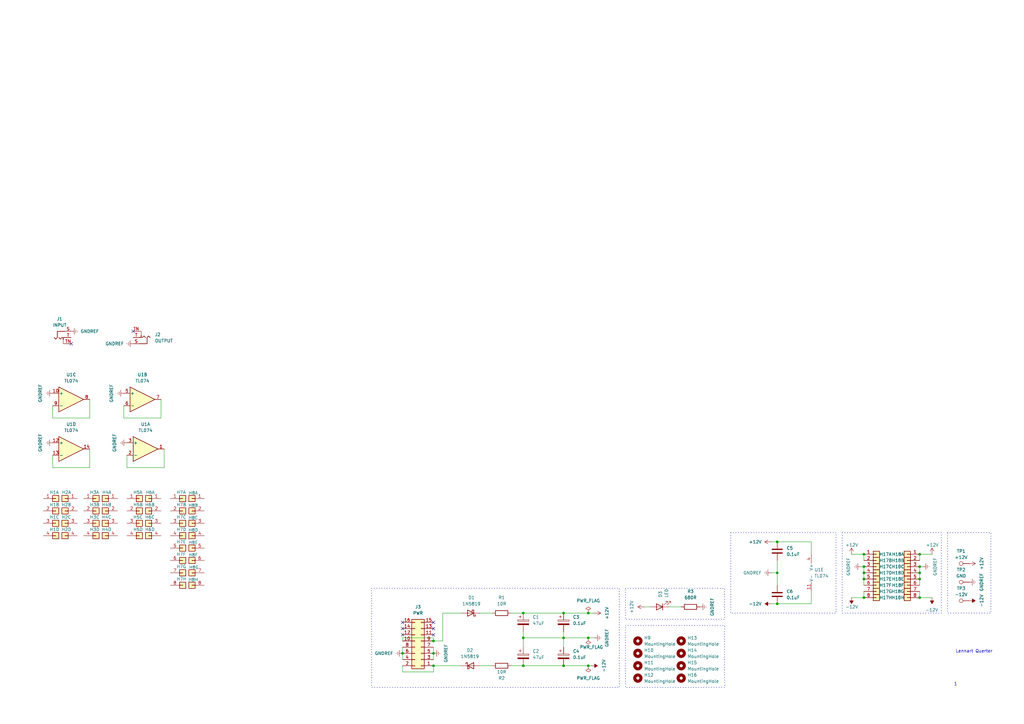
<source format=kicad_sch>
(kicad_sch (version 20231120) (generator "eeschema") (generator_version "8.0")
  (paper "A3")
  (lib_symbols
    (symbol "Amplifier_Operational:TL074" (pin_names (offset 0.127))
      (property "Reference" "U" (at 0 5.08 0))
      (property "Value" "TL074" (at 0 -5.08 0))
      (symbol "TL074_1_1"
        (pin output line (at 7.62 0 180) (length 2.54) (name "~") (number "1"))
        (pin input line (at -7.62 -2.54 0) (length 2.54) (name "-") (number "2"))
        (pin input line (at -7.62 2.54 0) (length 2.54) (name "+") (number "3"))
      )
      (symbol "TL074_2_1"
        (pin input line (at -7.62 2.54 0) (length 2.54) (name "+") (number "5"))
        (pin input line (at -7.62 -2.54 0) (length 2.54) (name "-") (number "6"))
        (pin output line (at 7.62 0 180) (length 2.54) (name "~") (number "7"))
      )
      (symbol "TL074_3_1"
        (pin input line (at -7.62 2.54 0) (length 2.54) (name "+") (number "10"))
        (pin output line (at 7.62 0 180) (length 2.54) (name "~") (number "8"))
        (pin input line (at -7.62 -2.54 0) (length 2.54) (name "-") (number "9"))
      )
      (symbol "TL074_4_1"
        (pin input line (at -7.62 2.54 0) (length 2.54) (name "+") (number "12"))
        (pin input line (at -7.62 -2.54 0) (length 2.54) (name "-") (number "13"))
        (pin output line (at 7.62 0 180) (length 2.54) (name "~") (number "14"))
      )
      (symbol "TL074_5_1"
        (pin power_in line (at -2.54 -7.62 90) (length 3.81) (name "V-") (number "11"))
        (pin power_in line (at -2.54 7.62 270) (length 3.81) (name "V+") (number "4"))
      )
    )
    (symbol "Connector:TestPoint" (pin_numbers hide) (pin_names (offset 0.762) hide)
      (property "Reference" "TP" (at 0 6.858 0))
      (property "Value" "TestPoint" (at 0 5.08 0))
      (symbol "TestPoint_1_1"
        (pin passive line (at 0 0 90) (length 2.54) (name "1") (number "1"))
      )
    )
    (symbol "Device:C" (pin_numbers hide) (pin_names (offset 0.254))
      (property "Reference" "C" (at 0.635 2.54 0))
      (property "Value" "C" (at 0.635 -2.54 0))
      (symbol "C_1_1"
        (pin passive line (at 0 3.81 270) (length 2.794) (name "~") (number "1"))
        (pin passive line (at 0 -3.81 90) (length 2.794) (name "~") (number "2"))
      )
    )
    (symbol "Device:C_Polarized" (pin_numbers hide) (pin_names (offset 0.254))
      (property "Reference" "C" (at 0.635 2.54 0))
      (property "Value" "C_Polarized" (at 0.635 -2.54 0))
      (symbol "C_Polarized_1_1"
        (pin passive line (at 0 3.81 270) (length 2.794) (name "~") (number "1"))
        (pin passive line (at 0 -3.81 90) (length 2.794) (name "~") (number "2"))
      )
    )
    (symbol "Device:R" (pin_numbers hide) (pin_names (offset 0))
      (property "Reference" "R" (at 2.032 0 90))
      (property "Value" "R" (at 0 0 90))
      (symbol "R_1_1"
        (pin passive line (at 0 3.81 270) (length 1.27) (name "~") (number "1"))
        (pin passive line (at 0 -3.81 90) (length 1.27) (name "~") (number "2"))
      )
    )
    (symbol "Diode:1N5819" (pin_numbers hide) (pin_names (offset 1.016) hide)
      (property "Reference" "D" (at 0 2.54 0))
      (property "Value" "1N5819" (at 0 -2.54 0))
      (symbol "1N5819_1_1"
        (pin passive line (at -3.81 0 0) (length 2.54) (name "K") (number "1"))
        (pin passive line (at 3.81 0 180) (length 2.54) (name "A") (number "2"))
      )
    )
    (symbol "Mechanical:MountingHole" (pin_names (offset 1.016)) (exclude_from_sim yes) (in_bom no)
      (property "Reference" "H" (at 0 5.08 0))
      (property "Value" "MountingHole" (at 0 3.175 0))
    )
    (symbol "power:+12V" (power) (pin_numbers hide) (pin_names (offset 0) hide)
      (property "Value" "+12V" (at 0 3.556 0))
      (symbol "+12V_1_1"
        (pin power_in line (at 0 0 90) (length 0) (name "~") (number "1"))
      )
    )
    (symbol "power:-12V" (power) (pin_numbers hide) (pin_names (offset 0) hide)
      (property "Value" "-12V" (at 0 3.556 0))
      (symbol "-12V_0_0"
        (pin power_in line (at 0 0 90) (length 0) (name "~") (number "1"))
      )
    )
    (symbol "power:GNDREF" (power) (pin_numbers hide) (pin_names (offset 0) hide)
      (property "Value" "GNDREF" (at 0 -3.81 0))
      (symbol "GNDREF_1_1"
        (pin power_in line (at 0 0 270) (length 0) (name "~") (number "1"))
      )
    )
    (symbol "power:PWR_FLAG" (power) (pin_numbers hide) (pin_names (offset 0) hide)
      (property "Value" "PWR_FLAG" (at 0 3.81 0))
      (symbol "PWR_FLAG_0_0"
        (pin power_out line (at 0 0 90) (length 0) (name "~") (number "1"))
      )
    )
    (symbol "synth:AudioJack_Mono_3.5mm"
      (property "Reference" "J" (at 0 8.89 0))
      (property "Value" "AudioJack_Mono_3.5mm" (at 0 6.35 0))
      (symbol "AudioJack_Mono_3.5mm_1_1"
        (pin passive line (at 5.08 2.54 180) (length 2.54) (name "~") (number "S"))
        (pin passive line (at 5.08 0 180) (length 2.54) (name "~") (number "T"))
        (pin passive line (at 5.08 -2.54 180) (length 2.54) (name "~") (number "TN"))
      )
    )
    (symbol "synth:Conn_02x08_EuroRack_Power" (pin_names (offset 1.016) hide)
      (property "Reference" "J3" (at 1.27 -17.526 0))
      (property "Value" "PWR" (at 1.27 -13.97 0))
      (symbol "Conn_02x08_EuroRack_Power_1_1"
        (pin passive line (at -5.08 7.62 0) (length 3.81) (name "-12V") (number "1"))
        (pin passive line (at 7.62 -2.54 180) (length 3.81) (name "+12V") (number "10"))
        (pin passive line (at -5.08 -5.08 0) (length 3.81) (name "+5V") (number "11"))
        (pin passive line (at 7.62 -5.08 180) (length 3.81) (name "+5V") (number "12"))
        (pin passive line (at -5.08 -7.62 0) (length 3.81) (name "CV") (number "13"))
        (pin passive line (at 7.62 -7.62 180) (length 3.81) (name "CV") (number "14"))
        (pin passive line (at -5.08 -10.16 0) (length 3.81) (name "GATE") (number "15"))
        (pin passive line (at 7.62 -10.16 180) (length 3.81) (name "GATE") (number "16"))
        (pin passive line (at 7.62 7.62 180) (length 3.81) (name "-12V") (number "2"))
        (pin passive line (at -5.08 5.08 0) (length 3.81) (name "GND") (number "3"))
        (pin passive line (at 7.62 5.08 180) (length 3.81) (name "GND") (number "4"))
        (pin passive line (at -5.08 2.54 0) (length 3.81) (name "GND") (number "5"))
        (pin passive line (at 7.62 2.54 180) (length 3.81) (name "GND") (number "6"))
        (pin passive line (at -5.08 0 0) (length 3.81) (name "GND") (number "7"))
        (pin passive line (at 7.62 0 180) (length 3.81) (name "GND") (number "8"))
        (pin passive line (at -5.08 -2.54 0) (length 3.81) (name "+12V") (number "9"))
      )
    )
    (symbol "synth:LED (5mm)" (pin_numbers hide) (pin_names (offset 1.016) hide)
      (property "Reference" "D" (at 0 2.54 0))
      (property "Value" "LED" (at 0 -2.54 0))
      (symbol "LED (5mm)_1_1"
        (pin passive line (at -3.81 0 0) (length 2.54) (name "K") (number "1"))
        (pin passive line (at 3.81 0 180) (length 2.54) (name "A") (number "2"))
      )
    )
    (symbol "synth:PinHeader_01x04" (pin_names (offset 1.016) hide)
      (property "Reference" "H" (at 0 2.54 0))
      (property "Value" "PinHeader_01x04" (at 0 -2.54 0))
      (symbol "PinHeader_01x04_1_1"
        (pin passive line (at -5.08 0 0) (length 3.81) (name "Pin_1") (number "1"))
      )
      (symbol "PinHeader_01x04_2_1"
        (pin passive line (at -5.08 0 0) (length 3.81) (name "Pin_2") (number "2"))
      )
      (symbol "PinHeader_01x04_3_1"
        (pin passive line (at -5.08 0 0) (length 3.81) (name "Pin_3") (number "3"))
      )
      (symbol "PinHeader_01x04_4_1"
        (pin passive line (at -5.08 0 0) (length 3.81) (name "Pin_4") (number "4"))
      )
    )
    (symbol "synth:PinHeader_01x08" (pin_names (offset 1.016) hide)
      (property "Reference" "H" (at 0 2.54 0))
      (property "Value" "PinHeader_01x08" (at 0 -2.54 0))
      (symbol "PinHeader_01x08_1_1"
        (pin passive line (at -5.08 0 0) (length 3.81) (name "Pin_1") (number "1"))
      )
      (symbol "PinHeader_01x08_2_1"
        (pin passive line (at -5.08 0 0) (length 3.81) (name "Pin_2") (number "2"))
      )
      (symbol "PinHeader_01x08_3_1"
        (pin passive line (at -5.08 0 0) (length 3.81) (name "Pin_3") (number "3"))
      )
      (symbol "PinHeader_01x08_4_1"
        (pin passive line (at -5.08 0 0) (length 3.81) (name "Pin_4") (number "4"))
      )
      (symbol "PinHeader_01x08_5_1"
        (pin passive line (at -5.08 0 0) (length 3.81) (name "Pin_5") (number "5"))
      )
      (symbol "PinHeader_01x08_6_1"
        (pin passive line (at -5.08 0 0) (length 3.81) (name "Pin_6") (number "6"))
      )
      (symbol "PinHeader_01x08_7_1"
        (pin passive line (at -5.08 0 0) (length 3.81) (name "Pin_7") (number "7"))
      )
      (symbol "PinHeader_01x08_8_1"
        (pin passive line (at -5.08 0 0) (length 3.81) (name "Pin_8") (number "8"))
      )
    )
    (symbol "synth:PinSocket_01x04" (pin_names (offset 1.016) hide)
      (property "Reference" "H" (at 0 2.54 0))
      (property "Value" "PinSocket_01x04" (at 0 -2.54 0))
      (symbol "PinSocket_01x04_1_1"
        (pin passive line (at -5.08 0 0) (length 3.81) (name "Pin_1") (number "1"))
      )
      (symbol "PinSocket_01x04_2_1"
        (pin passive line (at -5.08 0 0) (length 3.81) (name "Pin_2") (number "2"))
      )
      (symbol "PinSocket_01x04_3_1"
        (pin passive line (at -5.08 0 0) (length 3.81) (name "Pin_3") (number "3"))
      )
      (symbol "PinSocket_01x04_4_1"
        (pin passive line (at -5.08 0 0) (length 3.81) (name "Pin_4") (number "4"))
      )
    )
    (symbol "synth:PinSocket_01x08" (pin_names (offset 1.016) hide)
      (property "Reference" "H" (at 0 2.54 0))
      (property "Value" "PinSocket_01x08" (at 0 -2.54 0))
      (symbol "PinSocket_01x08_1_1"
        (pin passive line (at -5.08 0 0) (length 3.81) (name "Pin_3") (number "1"))
      )
      (symbol "PinSocket_01x08_2_1"
        (pin passive line (at -5.08 0 0) (length 3.81) (name "Pin_2") (number "2"))
      )
      (symbol "PinSocket_01x08_3_1"
        (pin passive line (at -5.08 0 0) (length 3.81) (name "Pin_3") (number "3"))
      )
      (symbol "PinSocket_01x08_4_1"
        (pin passive line (at -5.08 0 0) (length 3.81) (name "Pin_4") (number "4"))
      )
      (symbol "PinSocket_01x08_5_1"
        (pin passive line (at -5.08 0 0) (length 3.81) (name "Pin_5") (number "5"))
      )
      (symbol "PinSocket_01x08_6_1"
        (pin passive line (at -5.08 0 0) (length 3.81) (name "Pin_6") (number "6"))
      )
      (symbol "PinSocket_01x08_7_1"
        (pin passive line (at -5.08 0 0) (length 3.81) (name "Pin_7") (number "7"))
      )
      (symbol "PinSocket_01x08_8_1"
        (pin passive line (at -5.08 0 0) (length 3.81) (name "Pin_8") (number "8"))
      )
    )
    (symbol "synth:R_Default" (pin_numbers hide) (pin_names (offset 0))
      (property "Reference" "R" (at -2.032 0 90))
      (property "Value" "R1" (at 2.032 0 90))
      (symbol "R_Default_1_1"
        (pin passive line (at 0 -3.81 90) (length 1.27) (name "~") (number "1"))
        (pin passive line (at 0 3.81 270) (length 1.27) (name "~") (number "2"))
      )
    )
  )
  (junction (at 377.19 245.11))
  (junction (at 318.77 234.95))
  (junction (at 214.63 261.62))
  (junction (at 377.19 234.95))
  (junction (at 241.3 273.05))
  (junction (at 231.14 261.62))
  (junction (at 165.1 267.97))
  (junction (at 241.3 251.46))
  (junction (at 231.14 251.46))
  (junction (at 177.8 273.05))
  (junction (at 354.33 227.33))
  (junction (at 377.19 237.49))
  (junction (at 177.8 262.89))
  (junction (at 214.63 251.46))
  (junction (at 177.8 267.97))
  (junction (at 318.77 247.65))
  (junction (at 214.63 273.05))
  (junction (at 241.3 261.62))
  (junction (at 377.19 227.33))
  (junction (at 354.33 237.49))
  (junction (at 377.19 232.41))
  (junction (at 354.33 232.41))
  (junction (at 231.14 273.05))
  (junction (at 354.33 245.11))
  (junction (at 318.77 222.25))
  (junction (at 354.33 234.95))
  (no_connect (at 177.8 257.81))
  (no_connect (at 165.1 257.81))
  (no_connect (at 165.1 255.27))
  (no_connect (at 177.8 255.27))
  (no_connect (at 177.8 260.35))
  (no_connect (at 29.21 140.97))
  (no_connect (at 165.1 260.35))
  (no_connect (at 54.61 135.89))
  (wire (pts (xy 264.16 248.92) (xy 266.7 248.92)))
  (wire (pts (xy 332.74 242.57) (xy 332.74 247.65)))
  (wire (pts (xy 177.8 275.59) (xy 177.8 273.05)))
  (wire (pts (xy 316.23 247.65) (xy 318.77 247.65)))
  (wire (pts (xy 181.61 251.46) (xy 189.23 251.46)))
  (wire (pts (xy 377.19 227.33) (xy 382.27 227.33)))
  (wire (pts (xy 177.8 261.62) (xy 165.1 261.62)))
  (wire (pts (xy 177.8 262.89) (xy 177.8 261.62)))
  (wire (pts (xy 177.8 265.43) (xy 177.8 267.97)))
  (wire (pts (xy 377.19 232.41) (xy 377.19 234.95)))
  (wire (pts (xy 318.77 229.87) (xy 318.77 234.95)))
  (wire (pts (xy 318.77 234.95) (xy 318.77 240.03)))
  (wire (pts (xy 36.83 184.15) (xy 36.83 191.77)))
  (wire (pts (xy 231.14 273.05) (xy 241.3 273.05)))
  (wire (pts (xy 36.83 163.83) (xy 36.83 171.45)))
  (wire (pts (xy 231.14 261.62) (xy 241.3 261.62)))
  (wire (pts (xy 165.1 273.05) (xy 165.1 275.59)))
  (wire (pts (xy 377.19 242.57) (xy 377.19 245.11)))
  (wire (pts (xy 353.06 232.41) (xy 354.33 232.41)))
  (wire (pts (xy 196.85 273.05) (xy 201.93 273.05)))
  (wire (pts (xy 177.8 267.97) (xy 177.8 270.51)))
  (wire (pts (xy 66.04 171.45) (xy 50.8 171.45)))
  (wire (pts (xy 332.74 222.25) (xy 332.74 227.33)))
  (wire (pts (xy 214.63 259.08) (xy 214.63 261.62)))
  (wire (pts (xy 66.04 163.83) (xy 66.04 171.45)))
  (wire (pts (xy 318.77 234.95) (xy 316.23 234.95)))
  (wire (pts (xy 241.3 273.05) (xy 242.57 273.05)))
  (wire (pts (xy 377.19 237.49) (xy 377.19 240.03)))
  (wire (pts (xy 67.31 191.77) (xy 52.07 191.77)))
  (wire (pts (xy 36.83 191.77) (xy 21.59 191.77)))
  (wire (pts (xy 318.77 247.65) (xy 332.74 247.65)))
  (wire (pts (xy 354.33 227.33) (xy 354.33 229.87)))
  (wire (pts (xy 354.33 232.41) (xy 354.33 234.95)))
  (wire (pts (xy 67.31 184.15) (xy 67.31 191.77)))
  (wire (pts (xy 214.63 251.46) (xy 231.14 251.46)))
  (wire (pts (xy 377.19 234.95) (xy 377.19 237.49)))
  (wire (pts (xy 165.1 265.43) (xy 165.1 267.97)))
  (wire (pts (xy 241.3 261.62) (xy 243.84 261.62)))
  (wire (pts (xy 354.33 234.95) (xy 354.33 237.49)))
  (wire (pts (xy 21.59 171.45) (xy 21.59 166.37)))
  (wire (pts (xy 181.61 251.46) (xy 181.61 262.89)))
  (wire (pts (xy 377.19 232.41) (xy 378.46 232.41)))
  (wire (pts (xy 231.14 251.46) (xy 241.3 251.46)))
  (wire (pts (xy 196.85 251.46) (xy 201.93 251.46)))
  (wire (pts (xy 214.63 261.62) (xy 214.63 265.43)))
  (wire (pts (xy 177.8 273.05) (xy 189.23 273.05)))
  (wire (pts (xy 209.55 273.05) (xy 214.63 273.05)))
  (wire (pts (xy 377.19 227.33) (xy 377.19 229.87)))
  (wire (pts (xy 52.07 191.77) (xy 52.07 186.69)))
  (wire (pts (xy 209.55 251.46) (xy 214.63 251.46)))
  (wire (pts (xy 214.63 273.05) (xy 231.14 273.05)))
  (wire (pts (xy 241.3 251.46) (xy 243.84 251.46)))
  (wire (pts (xy 165.1 267.97) (xy 165.1 270.51)))
  (wire (pts (xy 165.1 275.59) (xy 177.8 275.59)))
  (wire (pts (xy 316.23 222.25) (xy 318.77 222.25)))
  (wire (pts (xy 279.4 248.92) (xy 274.32 248.92)))
  (wire (pts (xy 214.63 261.62) (xy 231.14 261.62)))
  (wire (pts (xy 231.14 261.62) (xy 231.14 265.43)))
  (wire (pts (xy 181.61 262.89) (xy 177.8 262.89)))
  (wire (pts (xy 318.77 222.25) (xy 332.74 222.25)))
  (wire (pts (xy 231.14 259.08) (xy 231.14 261.62)))
  (wire (pts (xy 377.19 245.11) (xy 382.27 245.11)))
  (wire (pts (xy 349.25 227.33) (xy 354.33 227.33)))
  (wire (pts (xy 349.25 245.11) (xy 354.33 245.11)))
  (wire (pts (xy 50.8 171.45) (xy 50.8 166.37)))
  (wire (pts (xy 36.83 171.45) (xy 21.59 171.45)))
  (wire (pts (xy 165.1 261.62) (xy 165.1 262.89)))
  (wire (pts (xy 21.59 191.77) (xy 21.59 186.69)))
  (wire (pts (xy 354.33 237.49) (xy 354.33 240.03)))
  (wire (pts (xy 354.33 242.57) (xy 354.33 245.11)))
  (rectangle (start 388.62 218.44) (end 406.4 251.46) (stroke (width 0.254) (type dot)))
  (rectangle (start 345.44 218.44) (end 386.08 251.46) (stroke (width 0.254) (type dot)))
  (rectangle (start 152.4 241.3) (end 254 281.94) (stroke (width 0.25) (type dot)))
  (rectangle (start 256.54 256.54) (end 297.18 281.94) (stroke (width 0.25) (type dot)))
  (rectangle (start 299.72 218.44) (end 342.9 251.46) (stroke (width 0.25) (type dot)))
  (rectangle (start 256.54 241.3) (end 297.18 254) (stroke (width 0.25) (type dot)))
  (text "Lennart Querter" (at 399.542 267.208 0) (effects (font (size 1.27 1.27))))
  (text "1" (at 391.922 280.67 0) (effects (font (size 1.27 1.27))))
  (symbol (lib_id "synth:PinSocket_01x04") (at 26.67 219.71 180) (unit 4)
    (property "Reference" "H2" (at 29.21 217.17 0) (effects (justify left)))
    (property "Value" "H3" (effects (hide yes)))
    (property "Footprint" "Synth:PinSocket_1x04_P2.54mm_Vertical" (effects (hide yes)))
    (property "Description" "Generic connector, single row, 01x01, script generated (kicad-library-utils/schlib/autogen/connector/)" (effects (hide yes)))
  )
  (symbol (lib_id "synth:PinSocket_01x04") (at 43.18 214.63 180) (unit 3)
    (property "Reference" "H4" (at 45.72 212.09 0) (effects (justify left)))
    (property "Value" "H6" (effects (hide yes)))
    (property "Footprint" "Synth:PinSocket_1x04_P2.54mm_Vertical" (effects (hide yes)))
    (property "Description" "Generic connector, single row, 01x01, script generated (kicad-library-utils/schlib/autogen/connector/)" (effects (hide yes)))
  )
  (symbol (lib_id "synth:PinHeader_01x08") (at 359.41 232.41 0) (unit 3)
    (property "Reference" "H17" (at 360.68 232.41 0) (effects (justify left)))
    (property "Value" "H17" (effects (hide yes)))
    (property "Footprint" "Synth:PinHeader_1x08_P2.54mm_Vertical" (effects (hide yes)))
    (property "Description" "Generic connector, single row, 01x01, script generated (kicad-library-utils/schlib/autogen/connector/)" (effects (hide yes)))
  )
  (symbol (lib_id "power:+12V") (at 382.27 227.33 0) (unit 1)
    (property "Reference" "#PWR021" (effects (hide yes)))
    (property "Value" "+12V" (at 379.73 223.52 0) (effects (justify left)))
    (property "Description" "Power symbol creates a global label with name \"+12V\"" (effects (hide yes)))
  )
  (symbol (lib_id "synth:PinHeader_01x04") (at 57.15 204.47 0) (unit 1)
    (property "Reference" "H5" (at 54.61 201.93 0) (effects (justify left)))
    (property "Value" "H7" (effects (hide yes)))
    (property "Footprint" "Synth:PinHeader_1x04_P2.54mm_Vertical" (effects (hide yes)))
    (property "Description" "Generic connector, single row, 01x01, script generated (kicad-library-utils/schlib/autogen/connector/)" (effects (hide yes)))
  )
  (symbol (lib_id "synth:PinSocket_01x04") (at 26.67 204.47 180) (unit 1)
    (property "Reference" "H2" (at 29.21 201.93 0) (effects (justify left)))
    (property "Value" "H3" (effects (hide yes)))
    (property "Footprint" "Synth:PinSocket_1x04_P2.54mm_Vertical" (effects (hide yes)))
    (property "Description" "Generic connector, single row, 01x01, script generated (kicad-library-utils/schlib/autogen/connector/)" (effects (hide yes)))
  )
  (symbol (lib_id "Mechanical:MountingHole") (at 279.4 267.97 0) (unit 1) (exclude_from_sim yes) (in_bom no)
    (property "Reference" "H14" (at 281.94 266.6999 0) (effects (justify left)))
    (property "Value" "MountingHole" (at 281.94 269.2399 0) (effects (justify left)))
    (property "Footprint" "MountingHole:MountingHole_3.2mm_M3" (effects (hide yes)))
    (property "Description" "Mounting Hole without connection" (effects (hide yes)))
  )
  (symbol (lib_id "power:GNDREF") (at 54.61 140.97 270) (unit 1)
    (property "Reference" "#PWR06" (effects (hide yes)))
    (property "Value" "GNDREF" (at 50.8 140.9699 90) (effects (justify right)))
    (property "Description" "Power symbol creates a global label with name \"GNDREF\" , reference supply ground" (effects (hide yes)))
  )
  (symbol (lib_id "power:-12V") (at 242.57 273.05 270) (unit 1)
    (property "Reference" "#PWR09" (effects (hide yes)))
    (property "Value" "-12V" (at 247.65 273.05 0))
    (property "Description" "Power symbol creates a global label with name \"-12V\"" (effects (hide yes)))
  )
  (symbol (lib_id "power:GNDREF") (at 21.59 161.29 270) (unit 1)
    (property "Reference" "#PWR01" (effects (hide yes)))
    (property "Value" "GNDREF" (at 16.51 161.29 0))
    (property "Description" "Power symbol creates a global label with name \"GNDREF\" , reference supply ground" (effects (hide yes)))
  )
  (symbol (lib_id "synth:PinHeader_01x08") (at 74.93 219.71 0) (unit 4)
    (property "Reference" "H7" (at 72.39 217.17 0) (effects (justify left)))
    (property "Value" "H2" (effects (hide yes)))
    (property "Footprint" "Synth:PinHeader_1x08_P2.54mm_Vertical" (effects (hide yes)))
    (property "Description" "Generic connector, single row, 01x01, script generated (kicad-library-utils/schlib/autogen/connector/)" (effects (hide yes)))
  )
  (symbol (lib_id "synth:PinSocket_01x08") (at 78.74 214.63 180) (unit 3)
    (property "Reference" "H8" (at 79.248 212.344 0))
    (property "Value" "H4" (effects (hide yes)))
    (property "Footprint" "Synth:PinSocket_1x08_P2.54mm_Vertical" (effects (hide yes)))
    (property "Description" "Generic connector, single row, 01x01, script generated (kicad-library-utils/schlib/autogen/connector/)" (effects (hide yes)))
  )
  (symbol (lib_id "synth:PinHeader_01x04") (at 22.86 209.55 0) (unit 2)
    (property "Reference" "H1" (at 20.32 207.01 0) (effects (justify left)))
    (property "Value" "H1" (effects (hide yes)))
    (property "Footprint" "Synth:PinHeader_1x04_P2.54mm_Vertical" (effects (hide yes)))
    (property "Description" "Generic connector, single row, 01x01, script generated (kicad-library-utils/schlib/autogen/connector/)" (effects (hide yes)))
  )
  (symbol (lib_id "synth:PinSocket_01x04") (at 43.18 204.47 180) (unit 1)
    (property "Reference" "H4" (at 45.72 201.93 0) (effects (justify left)))
    (property "Value" "H6" (effects (hide yes)))
    (property "Footprint" "Synth:PinSocket_1x04_P2.54mm_Vertical" (effects (hide yes)))
    (property "Description" "Generic connector, single row, 01x01, script generated (kicad-library-utils/schlib/autogen/connector/)" (effects (hide yes)))
  )
  (symbol (lib_id "synth:PinSocket_01x08") (at 372.11 227.33 180) (unit 1)
    (property "Reference" "H18" (at 368.3 227.33 0))
    (property "Value" "H18" (effects (hide yes)))
    (property "Footprint" "Synth:PinSocket_1x08_P2.54mm_Vertical" (effects (hide yes)))
    (property "Description" "Generic connector, single row, 01x01, script generated (kicad-library-utils/schlib/autogen/connector/)" (effects (hide yes)))
  )
  (symbol (lib_id "synth:PinSocket_01x08") (at 372.11 232.41 180) (unit 3)
    (property "Reference" "H18" (at 368.3 232.41 0))
    (property "Value" "H18" (effects (hide yes)))
    (property "Footprint" "Synth:PinSocket_1x08_P2.54mm_Vertical" (effects (hide yes)))
    (property "Description" "Generic connector, single row, 01x01, script generated (kicad-library-utils/schlib/autogen/connector/)" (effects (hide yes)))
  )
  (symbol (lib_id "synth:PinSocket_01x08") (at 78.74 224.79 180) (unit 5)
    (property "Reference" "H8" (at 79.248 222.504 0))
    (property "Value" "H4" (effects (hide yes)))
    (property "Footprint" "Synth:PinSocket_1x08_P2.54mm_Vertical" (effects (hide yes)))
    (property "Description" "Generic connector, single row, 01x01, script generated (kicad-library-utils/schlib/autogen/connector/)" (effects (hide yes)))
  )
  (symbol (lib_id "synth:PinSocket_01x04") (at 60.96 219.71 180) (unit 4)
    (property "Reference" "H6" (at 63.5 217.17 0) (effects (justify left)))
    (property "Value" "H8" (effects (hide yes)))
    (property "Footprint" "Synth:PinSocket_1x04_P2.54mm_Vertical" (effects (hide yes)))
    (property "Description" "Generic connector, single row, 01x01, script generated (kicad-library-utils/schlib/autogen/connector/)" (effects (hide yes)))
  )
  (symbol (lib_id "Device:C") (at 318.77 243.84 0) (unit 1)
    (property "Reference" "C6" (at 322.58 242.5699 0) (effects (justify left)))
    (property "Value" "0.1uF" (at 322.58 245.1099 0) (effects (justify left)))
    (property "Footprint" "Capacitor_THT:C_Rect_L4.6mm_W2.0mm_P2.50mm_MKS02_FKP02" (effects (hide yes)))
    (property "Description" "Unpolarized capacitor" (effects (hide yes)))
  )
  (symbol (lib_id "synth:PinSocket_01x08") (at 78.74 240.03 180) (unit 8)
    (property "Reference" "H8" (at 79.248 237.744 0))
    (property "Value" "H4" (effects (hide yes)))
    (property "Footprint" "Synth:PinSocket_1x08_P2.54mm_Vertical" (effects (hide yes)))
    (property "Description" "Generic connector, single row, 01x01, script generated (kicad-library-utils/schlib/autogen/connector/)" (effects (hide yes)))
  )
  (symbol (lib_id "Diode:1N5819") (at 193.04 273.05 0) (unit 1)
    (property "Reference" "D2" (at 192.7225 266.7 0))
    (property "Value" "1N5819" (at 192.7225 269.24 0))
    (property "Footprint" "Synth:D_DO-41_SOD81_P10.16mm_Horizontal" (effects (hide yes)))
    (property "Datasheet" "http://www.vishay.com/docs/88525/1n5817.pdf" (effects (hide yes)))
    (property "Description" "40V 1A Schottky Barrier Rectifier Diode, DO-41" (effects (hide yes)))
  )
  (symbol (lib_id "Device:R") (at 205.74 273.05 90) (unit 1)
    (property "Reference" "R2" (at 205.74 278.13 90))
    (property "Value" "10R" (at 205.74 275.59 90))
    (property "Footprint" "Synth:R_Default (DIN0207)" (effects (hide yes)))
    (property "Description" "Resistor" (effects (hide yes)))
  )
  (symbol (lib_id "Amplifier_Operational:TL074") (at 58.42 163.83 0) (unit 2)
    (property "Reference" "U1" (at 58.42 153.67 0))
    (property "Value" "TL074" (at 58.42 156.21 0))
    (property "Footprint" "Package_DIP:DIP-14_W7.62mm_Socket_LongPads" (effects (hide yes)))
    (property "Datasheet" "http://www.ti.com/lit/ds/symlink/tl071.pdf" (effects (hide yes)))
    (property "Description" "Quad Low-Noise JFET-Input Operational Amplifiers, DIP-14/SOIC-14" (effects (hide yes)))
  )
  (symbol (lib_id "power:PWR_FLAG") (at 241.3 251.46 0) (unit 1) (exclude_from_sim yes) (in_bom no)
    (property "Reference" "#FLG01" (effects (hide yes)))
    (property "Value" "PWR_FLAG" (at 241.3 246.38 0))
    (property "Description" "Special symbol for telling ERC where power comes from" (effects (hide yes)))
  )
  (symbol (lib_id "Diode:1N5819") (at 193.04 251.46 180) (unit 1)
    (property "Reference" "D1" (at 193.3575 245.11 0))
    (property "Value" "1N5819" (at 193.3575 247.65 0))
    (property "Footprint" "Synth:D_DO-41_SOD81_P10.16mm_Horizontal" (effects (hide yes)))
    (property "Datasheet" "http://www.vishay.com/docs/88525/1n5817.pdf" (effects (hide yes)))
    (property "Description" "40V 1A Schottky Barrier Rectifier Diode, DO-41" (effects (hide yes)))
  )
  (symbol (lib_id "synth:PinHeader_01x08") (at 74.93 204.47 0) (unit 1)
    (property "Reference" "H7" (at 72.39 201.93 0) (effects (justify left)))
    (property "Value" "H2" (effects (hide yes)))
    (property "Footprint" "Synth:PinHeader_1x08_P2.54mm_Vertical" (effects (hide yes)))
    (property "Description" "Generic connector, single row, 01x01, script generated (kicad-library-utils/schlib/autogen/connector/)" (effects (hide yes)))
  )
  (symbol (lib_id "Device:C_Polarized") (at 231.14 269.24 0) (unit 1)
    (property "Reference" "C4" (at 234.95 267.081 0) (effects (justify left)))
    (property "Value" "0.1uF" (at 234.95 269.621 0) (effects (justify left)))
    (property "Footprint" "Capacitor_THT:CP_Radial_D4.0mm_P2.00mm" (effects (hide yes)))
    (property "Description" "Polarized capacitor" (effects (hide yes)))
  )
  (symbol (lib_id "synth:PinSocket_01x08") (at 372.11 237.49 180) (unit 5)
    (property "Reference" "H18" (at 368.3 237.49 0))
    (property "Value" "H18" (effects (hide yes)))
    (property "Footprint" "Synth:PinSocket_1x08_P2.54mm_Vertical" (effects (hide yes)))
    (property "Description" "Generic connector, single row, 01x01, script generated (kicad-library-utils/schlib/autogen/connector/)" (effects (hide yes)))
  )
  (symbol (lib_id "synth:PinHeader_01x08") (at 359.41 245.11 0) (unit 8)
    (property "Reference" "H17" (at 360.68 245.11 0) (effects (justify left)))
    (property "Value" "H17" (effects (hide yes)))
    (property "Footprint" "Synth:PinHeader_1x08_P2.54mm_Vertical" (effects (hide yes)))
    (property "Description" "Generic connector, single row, 01x01, script generated (kicad-library-utils/schlib/autogen/connector/)" (effects (hide yes)))
  )
  (symbol (lib_id "Connector:TestPoint") (at 397.51 231.14 90) (unit 1) (in_bom no)
    (property "Reference" "TP1" (at 394.208 226.06 90))
    (property "Value" "+12V" (at 394.208 228.6 90))
    (property "Footprint" "Connector_Pin:Pin_D1.0mm_L10.0mm" (effects (hide yes)))
    (property "Description" "test point" (effects (hide yes)))
  )
  (symbol (lib_id "synth:PinHeader_01x08") (at 74.93 224.79 0) (unit 5)
    (property "Reference" "H7" (at 72.39 222.25 0) (effects (justify left)))
    (property "Value" "H2" (effects (hide yes)))
    (property "Footprint" "Synth:PinHeader_1x08_P2.54mm_Vertical" (effects (hide yes)))
    (property "Description" "Generic connector, single row, 01x01, script generated (kicad-library-utils/schlib/autogen/connector/)" (effects (hide yes)))
  )
  (symbol (lib_id "synth:PinSocket_01x08") (at 78.74 219.71 180) (unit 4)
    (property "Reference" "H8" (at 79.248 217.424 0))
    (property "Value" "H4" (effects (hide yes)))
    (property "Footprint" "Synth:PinSocket_1x08_P2.54mm_Vertical" (effects (hide yes)))
    (property "Description" "Generic connector, single row, 01x01, script generated (kicad-library-utils/schlib/autogen/connector/)" (effects (hide yes)))
  )
  (symbol (lib_id "power:PWR_FLAG") (at 241.3 261.62 180) (unit 1) (exclude_from_sim yes) (in_bom no)
    (property "Reference" "#FLG02" (effects (hide yes)))
    (property "Value" "PWR_FLAG" (at 242.57 265.43 0))
    (property "Description" "Special symbol for telling ERC where power comes from" (effects (hide yes)))
  )
  (symbol (lib_id "Device:C_Polarized") (at 214.63 269.24 0) (unit 1)
    (property "Reference" "C2" (at 218.44 267.081 0) (effects (justify left)))
    (property "Value" "47uF" (at 218.44 269.621 0) (effects (justify left)))
    (property "Footprint" "Capacitor_THT:CP_Radial_D6.3mm_P2.50mm" (effects (hide yes)))
    (property "Description" "Polarized capacitor" (effects (hide yes)))
  )
  (symbol (lib_id "synth:PinHeader_01x04") (at 57.15 219.71 0) (unit 4)
    (property "Reference" "H5" (at 54.61 217.17 0) (effects (justify left)))
    (property "Value" "H7" (effects (hide yes)))
    (property "Footprint" "Synth:PinHeader_1x04_P2.54mm_Vertical" (effects (hide yes)))
    (property "Description" "Generic connector, single row, 01x01, script generated (kicad-library-utils/schlib/autogen/connector/)" (effects (hide yes)))
  )
  (symbol (lib_id "power:GNDREF") (at 243.84 261.62 90) (unit 1)
    (property "Reference" "#PWR011" (effects (hide yes)))
    (property "Value" "GNDREF" (at 248.92 261.62 0))
    (property "Description" "Power symbol creates a global label with name \"GNDREF\" , reference supply ground" (effects (hide yes)))
  )
  (symbol (lib_id "power:GNDREF") (at 287.02 248.92 90) (unit 1)
    (property "Reference" "#PWR013" (effects (hide yes)))
    (property "Value" "GNDREF" (at 292.1 248.92 0))
    (property "Description" "Power symbol creates a global label with name \"GNDREF\" , reference supply ground" (effects (hide yes)))
  )
  (symbol (lib_id "synth:PinSocket_01x08") (at 78.74 204.47 180) (unit 1)
    (property "Reference" "H8" (at 79.248 202.184 0))
    (property "Value" "H4" (effects (hide yes)))
    (property "Footprint" "Synth:PinSocket_1x08_P2.54mm_Vertical" (effects (hide yes)))
    (property "Description" "Generic connector, single row, 01x01, script generated (kicad-library-utils/schlib/autogen/connector/)" (effects (hide yes)))
  )
  (symbol (lib_id "Amplifier_Operational:TL074") (at 59.69 184.15 0) (unit 1)
    (property "Reference" "U1" (at 59.69 173.99 0))
    (property "Value" "TL074" (at 59.69 176.53 0))
    (property "Footprint" "Package_DIP:DIP-14_W7.62mm_Socket_LongPads" (effects (hide yes)))
    (property "Datasheet" "http://www.ti.com/lit/ds/symlink/tl071.pdf" (effects (hide yes)))
    (property "Description" "Quad Low-Noise JFET-Input Operational Amplifiers, DIP-14/SOIC-14" (effects (hide yes)))
  )
  (symbol (lib_id "synth:PinSocket_01x04") (at 26.67 214.63 180) (unit 3)
    (property "Reference" "H2" (at 29.21 212.09 0) (effects (justify left)))
    (property "Value" "H3" (effects (hide yes)))
    (property "Footprint" "Synth:PinSocket_1x04_P2.54mm_Vertical" (effects (hide yes)))
    (property "Description" "Generic connector, single row, 01x01, script generated (kicad-library-utils/schlib/autogen/connector/)" (effects (hide yes)))
  )
  (symbol (lib_id "power:GNDREF") (at 52.07 181.61 270) (unit 1)
    (property "Reference" "#PWR05" (effects (hide yes)))
    (property "Value" "GNDREF" (at 46.99 181.61 0))
    (property "Description" "Power symbol creates a global label with name \"GNDREF\" , reference supply ground" (effects (hide yes)))
  )
  (symbol (lib_id "synth:PinSocket_01x04") (at 60.96 209.55 180) (unit 2)
    (property "Reference" "H6" (at 63.5 207.01 0) (effects (justify left)))
    (property "Value" "H8" (effects (hide yes)))
    (property "Footprint" "Synth:PinSocket_1x04_P2.54mm_Vertical" (effects (hide yes)))
    (property "Description" "Generic connector, single row, 01x01, script generated (kicad-library-utils/schlib/autogen/connector/)" (effects (hide yes)))
  )
  (symbol (lib_id "synth:PinHeader_01x04") (at 39.37 219.71 0) (unit 4)
    (property "Reference" "H3" (at 36.83 217.17 0) (effects (justify left)))
    (property "Value" "H5" (effects (hide yes)))
    (property "Footprint" "Synth:PinHeader_1x04_P2.54mm_Vertical" (effects (hide yes)))
    (property "Description" "Generic connector, single row, 01x01, script generated (kicad-library-utils/schlib/autogen/connector/)" (effects (hide yes)))
  )
  (symbol (lib_id "power:GNDREF") (at 316.23 234.95 270) (unit 1)
    (property "Reference" "#PWR015" (effects (hide yes)))
    (property "Value" "GNDREF" (at 312.42 234.95 90) (effects (justify right)))
    (property "Description" "Power symbol creates a global label with name \"GNDREF\" , reference supply ground" (effects (hide yes)))
  )
  (symbol (lib_id "power:GNDREF") (at 378.46 232.41 90) (unit 1)
    (property "Reference" "#PWR020" (effects (hide yes)))
    (property "Value" "GNDREF" (at 383.54 232.41 0))
    (property "Description" "Power symbol creates a global label with name \"GNDREF\" , reference supply ground" (effects (hide yes)))
  )
  (symbol (lib_id "Device:C_Polarized") (at 214.63 255.27 0) (unit 1)
    (property "Reference" "C1" (at 218.44 253.111 0) (effects (justify left)))
    (property "Value" "47uF" (at 218.44 255.651 0) (effects (justify left)))
    (property "Footprint" "Capacitor_THT:CP_Radial_D6.3mm_P2.50mm" (effects (hide yes)))
    (property "Description" "Polarized capacitor" (effects (hide yes)))
  )
  (symbol (lib_id "Device:C") (at 318.77 226.06 0) (unit 1)
    (property "Reference" "C5" (at 322.58 224.7899 0) (effects (justify left)))
    (property "Value" "0.1uF" (at 322.58 227.3299 0) (effects (justify left)))
    (property "Footprint" "Capacitor_THT:C_Rect_L4.6mm_W2.0mm_P2.50mm_MKS02_FKP02" (effects (hide yes)))
    (property "Description" "Unpolarized capacitor" (effects (hide yes)))
  )
  (symbol (lib_id "synth:Conn_02x08_EuroRack_Power") (at 172.72 265.43 180) (unit 1)
    (property "Reference" "J3" (at 171.45 248.92 0))
    (property "Value" "PWR" (at 171.45 251.46 0))
    (property "Footprint" "Synth:IDC-Header_2x08_P2.54mm_Vertical" (effects (hide yes)))
  )
  (symbol (lib_id "power:GNDREF") (at 177.8 267.97 90) (unit 1)
    (property "Reference" "#PWR08" (effects (hide yes)))
    (property "Value" "GNDREF" (at 182.88 267.97 0))
    (property "Description" "Power symbol creates a global label with name \"GNDREF\" , reference supply ground" (effects (hide yes)))
  )
  (symbol (lib_id "synth:PinSocket_01x04") (at 43.18 209.55 180) (unit 2)
    (property "Reference" "H4" (at 45.72 207.01 0) (effects (justify left)))
    (property "Value" "H6" (effects (hide yes)))
    (property "Footprint" "Synth:PinSocket_1x04_P2.54mm_Vertical" (effects (hide yes)))
    (property "Description" "Generic connector, single row, 01x01, script generated (kicad-library-utils/schlib/autogen/connector/)" (effects (hide yes)))
  )
  (symbol (lib_id "power:GNDREF") (at 353.06 232.41 270) (unit 1)
    (property "Reference" "#PWR019" (effects (hide yes)))
    (property "Value" "GNDREF" (at 347.98 232.41 0))
    (property "Description" "Power symbol creates a global label with name \"GNDREF\" , reference supply ground" (effects (hide yes)))
  )
  (symbol (lib_id "synth:PinHeader_01x04") (at 22.86 204.47 0) (unit 1)
    (property "Reference" "H1" (at 20.32 201.93 0) (effects (justify left)))
    (property "Value" "H1" (effects (hide yes)))
    (property "Footprint" "Synth:PinHeader_1x04_P2.54mm_Vertical" (effects (hide yes)))
    (property "Description" "Generic connector, single row, 01x01, script generated (kicad-library-utils/schlib/autogen/connector/)" (effects (hide yes)))
  )
  (symbol (lib_id "synth:PinHeader_01x08") (at 74.93 209.55 0) (unit 2)
    (property "Reference" "H7" (at 72.39 207.01 0) (effects (justify left)))
    (property "Value" "H2" (effects (hide yes)))
    (property "Footprint" "Synth:PinHeader_1x08_P2.54mm_Vertical" (effects (hide yes)))
    (property "Description" "Generic connector, single row, 01x01, script generated (kicad-library-utils/schlib/autogen/connector/)" (effects (hide yes)))
  )
  (symbol (lib_id "synth:PinHeader_01x08") (at 74.93 229.87 0) (unit 6)
    (property "Reference" "H7" (at 72.39 227.33 0) (effects (justify left)))
    (property "Value" "H2" (effects (hide yes)))
    (property "Footprint" "Synth:PinHeader_1x08_P2.54mm_Vertical" (effects (hide yes)))
    (property "Description" "Generic connector, single row, 01x01, script generated (kicad-library-utils/schlib/autogen/connector/)" (effects (hide yes)))
  )
  (symbol (lib_id "Amplifier_Operational:TL074") (at 29.21 184.15 0) (unit 4)
    (property "Reference" "U1" (at 29.21 173.99 0))
    (property "Value" "TL074" (at 29.21 176.53 0))
    (property "Footprint" "Package_DIP:DIP-14_W7.62mm_Socket_LongPads" (effects (hide yes)))
    (property "Datasheet" "http://www.ti.com/lit/ds/symlink/tl071.pdf" (effects (hide yes)))
    (property "Description" "Quad Low-Noise JFET-Input Operational Amplifiers, DIP-14/SOIC-14" (effects (hide yes)))
  )
  (symbol (lib_id "synth:PinHeader_01x04") (at 39.37 214.63 0) (unit 3)
    (property "Reference" "H3" (at 36.83 212.09 0) (effects (justify left)))
    (property "Value" "H5" (effects (hide yes)))
    (property "Footprint" "Synth:PinHeader_1x04_P2.54mm_Vertical" (effects (hide yes)))
    (property "Description" "Generic connector, single row, 01x01, script generated (kicad-library-utils/schlib/autogen/connector/)" (effects (hide yes)))
  )
  (symbol (lib_id "synth:PinSocket_01x04") (at 60.96 204.47 180) (unit 1)
    (property "Reference" "H6" (at 63.5 201.93 0) (effects (justify left)))
    (property "Value" "H8" (effects (hide yes)))
    (property "Footprint" "Synth:PinSocket_1x04_P2.54mm_Vertical" (effects (hide yes)))
    (property "Description" "Generic connector, single row, 01x01, script generated (kicad-library-utils/schlib/autogen/connector/)" (effects (hide yes)))
  )
  (symbol (lib_id "power:GNDREF") (at 397.51 238.76 90) (unit 1)
    (property "Reference" "#PWR024" (effects (hide yes)))
    (property "Value" "GNDREF" (at 402.59 238.76 0))
    (property "Description" "Power symbol creates a global label with name \"GNDREF\" , reference supply ground" (effects (hide yes)))
  )
  (symbol (lib_id "Device:C_Polarized") (at 231.14 255.27 0) (unit 1)
    (property "Reference" "C3" (at 234.95 253.111 0) (effects (justify left)))
    (property "Value" "0.1uF" (at 234.95 255.651 0) (effects (justify left)))
    (property "Footprint" "Capacitor_THT:CP_Radial_D4.0mm_P2.00mm" (effects (hide yes)))
    (property "Description" "Polarized capacitor" (effects (hide yes)))
  )
  (symbol (lib_id "synth:PinHeader_01x04") (at 39.37 204.47 0) (unit 1)
    (property "Reference" "H3" (at 36.83 201.93 0) (effects (justify left)))
    (property "Value" "H5" (effects (hide yes)))
    (property "Footprint" "Synth:PinHeader_1x04_P2.54mm_Vertical" (effects (hide yes)))
    (property "Description" "Generic connector, single row, 01x01, script generated (kicad-library-utils/schlib/autogen/connector/)" (effects (hide yes)))
  )
  (symbol (lib_id "synth:PinSocket_01x08") (at 372.11 234.95 180) (unit 4)
    (property "Reference" "H18" (at 368.3 234.95 0))
    (property "Value" "H18" (effects (hide yes)))
    (property "Footprint" "Synth:PinSocket_1x08_P2.54mm_Vertical" (effects (hide yes)))
    (property "Description" "Generic connector, single row, 01x01, script generated (kicad-library-utils/schlib/autogen/connector/)" (effects (hide yes)))
  )
  (symbol (lib_id "power:GNDREF") (at 165.1 267.97 270) (unit 1)
    (property "Reference" "#PWR07" (effects (hide yes)))
    (property "Value" "GNDREF" (at 161.29 267.97 90) (effects (justify right)))
    (property "Description" "Power symbol creates a global label with name \"GNDREF\" , reference supply ground" (effects (hide yes)))
  )
  (symbol (lib_id "synth:PinSocket_01x04") (at 60.96 214.63 180) (unit 3)
    (property "Reference" "H6" (at 63.5 212.09 0) (effects (justify left)))
    (property "Value" "H8" (effects (hide yes)))
    (property "Footprint" "Synth:PinSocket_1x04_P2.54mm_Vertical" (effects (hide yes)))
    (property "Description" "Generic connector, single row, 01x01, script generated (kicad-library-utils/schlib/autogen/connector/)" (effects (hide yes)))
  )
  (symbol (lib_id "Connector:TestPoint") (at 397.51 246.38 90) (unit 1) (in_bom no)
    (property "Reference" "TP3" (at 394.208 241.3 90))
    (property "Value" "-12V" (at 394.208 243.84 90))
    (property "Footprint" "Connector_Pin:Pin_D1.0mm_L10.0mm" (effects (hide yes)))
    (property "Description" "test point" (effects (hide yes)))
  )
  (symbol (lib_id "synth:PinHeader_01x08") (at 74.93 214.63 0) (unit 3)
    (property "Reference" "H7" (at 72.39 212.09 0) (effects (justify left)))
    (property "Value" "H2" (effects (hide yes)))
    (property "Footprint" "Synth:PinHeader_1x08_P2.54mm_Vertical" (effects (hide yes)))
    (property "Description" "Generic connector, single row, 01x01, script generated (kicad-library-utils/schlib/autogen/connector/)" (effects (hide yes)))
  )
  (symbol (lib_id "synth:PinSocket_01x08") (at 372.11 242.57 180) (unit 7)
    (property "Reference" "H18" (at 370.84 242.57 0) (effects (justify left)))
    (property "Value" "H18" (effects (hide yes)))
    (property "Footprint" "Synth:PinSocket_1x08_P2.54mm_Vertical" (effects (hide yes)))
    (property "Description" "Generic connector, single row, 01x01, script generated (kicad-library-utils/schlib/autogen/connector/)" (effects (hide yes)))
  )
  (symbol (lib_id "synth:PinSocket_01x08") (at 78.74 229.87 180) (unit 6)
    (property "Reference" "H8" (at 79.248 227.584 0))
    (property "Value" "H4" (effects (hide yes)))
    (property "Footprint" "Synth:PinSocket_1x08_P2.54mm_Vertical" (effects (hide yes)))
    (property "Description" "Generic connector, single row, 01x01, script generated (kicad-library-utils/schlib/autogen/connector/)" (effects (hide yes)))
  )
  (symbol (lib_id "power:-12V") (at 397.51 246.38 270) (unit 1)
    (property "Reference" "#PWR025" (effects (hide yes)))
    (property "Value" "-12V" (at 402.59 246.38 0))
    (property "Description" "Power symbol creates a global label with name \"-12V\"" (effects (hide yes)))
  )
  (symbol (lib_id "Mechanical:MountingHole") (at 279.4 278.13 0) (unit 1) (exclude_from_sim yes) (in_bom no)
    (property "Reference" "H16" (at 281.94 276.8599 0) (effects (justify left)))
    (property "Value" "MountingHole" (at 281.94 279.3999 0) (effects (justify left)))
    (property "Footprint" "MountingHole:MountingHole_3.2mm_M3" (effects (hide yes)))
    (property "Description" "Mounting Hole without connection" (effects (hide yes)))
  )
  (symbol (lib_id "synth:PinHeader_01x08") (at 74.93 234.95 0) (unit 7)
    (property "Reference" "H7" (at 72.39 232.41 0) (effects (justify left)))
    (property "Value" "H2" (effects (hide yes)))
    (property "Footprint" "Synth:PinHeader_1x08_P2.54mm_Vertical" (effects (hide yes)))
    (property "Description" "Generic connector, single row, 01x01, script generated (kicad-library-utils/schlib/autogen/connector/)" (effects (hide yes)))
  )
  (symbol (lib_id "power:GNDREF") (at 29.21 135.89 90) (unit 1)
    (property "Reference" "#PWR03" (effects (hide yes)))
    (property "Value" "GNDREF" (at 33.02 135.8899 90) (effects (justify right)))
    (property "Description" "Power symbol creates a global label with name \"GNDREF\" , reference supply ground" (effects (hide yes)))
  )
  (symbol (lib_id "synth:PinHeader_01x08") (at 74.93 240.03 0) (unit 8)
    (property "Reference" "H7" (at 72.39 237.49 0) (effects (justify left)))
    (property "Value" "H2" (effects (hide yes)))
    (property "Footprint" "Synth:PinHeader_1x08_P2.54mm_Vertical" (effects (hide yes)))
    (property "Description" "Generic connector, single row, 01x01, script generated (kicad-library-utils/schlib/autogen/connector/)" (effects (hide yes)))
  )
  (symbol (lib_id "synth:PinSocket_01x08") (at 372.11 240.03 180) (unit 6)
    (property "Reference" "H18" (at 368.3 240.03 0))
    (property "Value" "H18" (effects (hide yes)))
    (property "Footprint" "Synth:PinSocket_1x08_P2.54mm_Vertical" (effects (hide yes)))
    (property "Description" "Generic connector, single row, 01x01, script generated (kicad-library-utils/schlib/autogen/connector/)" (effects (hide yes)))
  )
  (symbol (lib_id "power:+12V") (at 349.25 227.33 0) (unit 1)
    (property "Reference" "#PWR017" (effects (hide yes)))
    (property "Value" "+12V" (at 346.71 223.52 0) (effects (justify left)))
    (property "Description" "Power symbol creates a global label with name \"+12V\"" (effects (hide yes)))
  )
  (symbol (lib_id "power:-12V") (at 316.23 247.65 90) (unit 1)
    (property "Reference" "#PWR016" (effects (hide yes)))
    (property "Value" "-12V" (at 312.42 247.65 90) (effects (justify left)))
    (property "Description" "Power symbol creates a global label with name \"-12V\"" (effects (hide yes)))
  )
  (symbol (lib_id "synth:PinSocket_01x08") (at 372.11 229.87 180) (unit 2)
    (property "Reference" "H18" (at 368.3 229.87 0))
    (property "Value" "H18" (effects (hide yes)))
    (property "Footprint" "Synth:PinSocket_1x08_P2.54mm_Vertical" (effects (hide yes)))
    (property "Description" "Generic connector, single row, 01x01, script generated (kicad-library-utils/schlib/autogen/connector/)" (effects (hide yes)))
  )
  (symbol (lib_id "synth:R_Default") (at 283.21 248.92 90) (unit 1)
    (property "Reference" "R3" (at 283.21 242.57 90))
    (property "Value" "680R" (at 283.21 245.11 90))
    (property "Footprint" "Synth:R_Default (DIN0207)" (effects (hide yes)))
    (property "Description" "Resistor" (effects (hide yes)))
  )
  (symbol (lib_id "Mechanical:MountingHole") (at 279.4 273.05 0) (unit 1) (exclude_from_sim yes) (in_bom no)
    (property "Reference" "H15" (at 281.94 271.7799 0) (effects (justify left)))
    (property "Value" "MountingHole" (at 281.94 274.3199 0) (effects (justify left)))
    (property "Footprint" "MountingHole:MountingHole_3.2mm_M3" (effects (hide yes)))
    (property "Description" "Mounting Hole without connection" (effects (hide yes)))
  )
  (symbol (lib_id "power:+12V") (at 397.51 231.14 270) (unit 1)
    (property "Reference" "#PWR023" (effects (hide yes)))
    (property "Value" "+12V" (at 402.59 231.14 0))
    (property "Description" "Power symbol creates a global label with name \"+12V\"" (effects (hide yes)))
  )
  (symbol (lib_id "synth:PinSocket_01x08") (at 78.74 209.55 180) (unit 2)
    (property "Reference" "H8" (at 79.248 207.264 0))
    (property "Value" "H4" (effects (hide yes)))
    (property "Footprint" "Synth:PinSocket_1x08_P2.54mm_Vertical" (effects (hide yes)))
    (property "Description" "Generic connector, single row, 01x01, script generated (kicad-library-utils/schlib/autogen/connector/)" (effects (hide yes)))
  )
  (symbol (lib_id "power:+12V") (at 316.23 222.25 90) (unit 1)
    (property "Reference" "#PWR014" (effects (hide yes)))
    (property "Value" "+12V" (at 312.42 222.25 90) (effects (justify left)))
    (property "Description" "Power symbol creates a global label with name \"+12V\"" (effects (hide yes)))
  )
  (symbol (lib_id "synth:PinHeader_01x08") (at 359.41 242.57 0) (unit 7)
    (property "Reference" "H17" (at 360.68 242.57 0) (effects (justify left)))
    (property "Value" "H17" (effects (hide yes)))
    (property "Footprint" "Synth:PinHeader_1x08_P2.54mm_Vertical" (effects (hide yes)))
    (property "Description" "Generic connector, single row, 01x01, script generated (kicad-library-utils/schlib/autogen/connector/)" (effects (hide yes)))
  )
  (symbol (lib_id "power:-12V") (at 382.27 245.11 180) (unit 1)
    (property "Reference" "#PWR022" (effects (hide yes)))
    (property "Value" "-12V" (at 384.81 250.19 0) (effects (justify left)))
    (property "Description" "Power symbol creates a global label with name \"-12V\"" (effects (hide yes)))
  )
  (symbol (lib_id "Mechanical:MountingHole") (at 261.62 273.05 0) (unit 1) (exclude_from_sim yes) (in_bom no)
    (property "Reference" "H11" (at 264.16 271.7799 0) (effects (justify left)))
    (property "Value" "MountingHole" (at 264.16 274.3199 0) (effects (justify left)))
    (property "Footprint" "MountingHole:MountingHole_3.2mm_M3" (effects (hide yes)))
    (property "Description" "Mounting Hole without connection" (effects (hide yes)))
  )
  (symbol (lib_id "Amplifier_Operational:TL074") (at 335.28 234.95 0) (unit 5)
    (property "Reference" "U1" (at 334.01 233.68 0) (effects (justify left)))
    (property "Value" "TL074" (at 334.01 236.22 0) (effects (justify left)))
    (property "Footprint" "Package_DIP:DIP-14_W7.62mm_Socket_LongPads" (effects (hide yes)))
    (property "Datasheet" "http://www.ti.com/lit/ds/symlink/tl071.pdf" (effects (hide yes)))
    (property "Description" "Quad Low-Noise JFET-Input Operational Amplifiers, DIP-14/SOIC-14" (effects (hide yes)))
  )
  (symbol (lib_id "synth:PinSocket_01x04") (at 43.18 219.71 180) (unit 4)
    (property "Reference" "H4" (at 45.72 217.17 0) (effects (justify left)))
    (property "Value" "H6" (effects (hide yes)))
    (property "Footprint" "Synth:PinSocket_1x04_P2.54mm_Vertical" (effects (hide yes)))
    (property "Description" "Generic connector, single row, 01x01, script generated (kicad-library-utils/schlib/autogen/connector/)" (effects (hide yes)))
  )
  (symbol (lib_id "power:+12V") (at 243.84 251.46 270) (unit 1)
    (property "Reference" "#PWR010" (effects (hide yes)))
    (property "Value" "+12V" (at 248.92 251.46 0))
    (property "Description" "Power symbol creates a global label with name \"+12V\"" (effects (hide yes)))
  )
  (symbol (lib_id "synth:PinSocket_01x08") (at 372.11 245.11 180) (unit 8)
    (property "Reference" "H18" (at 368.3 245.11 0))
    (property "Value" "H18" (effects (hide yes)))
    (property "Footprint" "Synth:PinSocket_1x08_P2.54mm_Vertical" (effects (hide yes)))
    (property "Description" "Generic connector, single row, 01x01, script generated (kicad-library-utils/schlib/autogen/connector/)" (effects (hide yes)))
  )
  (symbol (lib_id "Mechanical:MountingHole") (at 261.62 267.97 0) (unit 1) (exclude_from_sim yes) (in_bom no)
    (property "Reference" "H10" (at 264.16 266.6999 0) (effects (justify left)))
    (property "Value" "MountingHole" (at 264.16 269.2399 0) (effects (justify left)))
    (property "Footprint" "MountingHole:MountingHole_3.2mm_M3" (effects (hide yes)))
    (property "Description" "Mounting Hole without connection" (effects (hide yes)))
  )
  (symbol (lib_id "Amplifier_Operational:TL074") (at 29.21 163.83 0) (unit 3)
    (property "Reference" "U1" (at 29.21 153.67 0))
    (property "Value" "TL074" (at 29.21 156.21 0))
    (property "Footprint" "Package_DIP:DIP-14_W7.62mm_Socket_LongPads" (effects (hide yes)))
    (property "Datasheet" "http://www.ti.com/lit/ds/symlink/tl071.pdf" (effects (hide yes)))
    (property "Description" "Quad Low-Noise JFET-Input Operational Amplifiers, DIP-14/SOIC-14" (effects (hide yes)))
  )
  (symbol (lib_id "synth:PinHeader_01x08") (at 359.41 237.49 0) (unit 5)
    (property "Reference" "H17" (at 360.68 237.49 0) (effects (justify left)))
    (property "Value" "H17" (effects (hide yes)))
    (property "Footprint" "Synth:PinHeader_1x08_P2.54mm_Vertical" (effects (hide yes)))
    (property "Description" "Generic connector, single row, 01x01, script generated (kicad-library-utils/schlib/autogen/connector/)" (effects (hide yes)))
  )
  (symbol (lib_id "synth:PinHeader_01x08") (at 359.41 234.95 0) (unit 4)
    (property "Reference" "H17" (at 360.68 234.95 0) (effects (justify left)))
    (property "Value" "H17" (effects (hide yes)))
    (property "Footprint" "Synth:PinHeader_1x08_P2.54mm_Vertical" (effects (hide yes)))
    (property "Description" "Generic connector, single row, 01x01, script generated (kicad-library-utils/schlib/autogen/connector/)" (effects (hide yes)))
  )
  (symbol (lib_id "synth:PinHeader_01x08") (at 359.41 227.33 0) (unit 1)
    (property "Reference" "H17" (at 360.68 227.33 0) (effects (justify left)))
    (property "Value" "H17" (effects (hide yes)))
    (property "Footprint" "Synth:PinHeader_1x08_P2.54mm_Vertical" (effects (hide yes)))
    (property "Description" "Generic connector, single row, 01x01, script generated (kicad-library-utils/schlib/autogen/connector/)" (effects (hide yes)))
  )
  (symbol (lib_id "synth:AudioJack_Mono_3.5mm") (at 59.69 138.43 180) (unit 1)
    (property "Reference" "J2" (at 63.5 137.2234 0) (effects (justify right)))
    (property "Value" "OUTPUT" (at 63.5 139.7634 0) (effects (justify right)))
    (property "Footprint" "Synth:Jack_3.5mm_QingPu_WQP-PJ398SM_Vertical_CircularHoles" (effects (hide yes)))
    (property "Description" "Audio Jack, 2 Poles (Mono / TS), Switched T Pole (Normalling)" (effects (hide yes)))
  )
  (symbol (lib_id "synth:LED (5mm)") (at 270.51 248.92 180) (unit 1)
    (property "Reference" "D3" (at 270.8274 245.11 90) (effects (justify right)))
    (property "Value" "LED" (at 273.3674 245.11 90) (effects (justify right)))
    (property "Footprint" "Synth:LED_D5.0mm (center Aligned)" (effects (hide yes)))
    (property "Description" "Light emitting diode" (effects (hide yes)))
  )
  (symbol (lib_id "synth:PinHeader_01x04") (at 22.86 214.63 0) (unit 3)
    (property "Reference" "H1" (at 20.32 212.09 0) (effects (justify left)))
    (property "Value" "H1" (effects (hide yes)))
    (property "Footprint" "Synth:PinHeader_1x04_P2.54mm_Vertical" (effects (hide yes)))
    (property "Description" "Generic connector, single row, 01x01, script generated (kicad-library-utils/schlib/autogen/connector/)" (effects (hide yes)))
  )
  (symbol (lib_id "Mechanical:MountingHole") (at 261.62 278.13 0) (unit 1) (exclude_from_sim yes) (in_bom no)
    (property "Reference" "H12" (at 264.16 276.8599 0) (effects (justify left)))
    (property "Value" "MountingHole" (at 264.16 279.3999 0) (effects (justify left)))
    (property "Footprint" "MountingHole:MountingHole_3.2mm_M3" (effects (hide yes)))
    (property "Description" "Mounting Hole without connection" (effects (hide yes)))
  )
  (symbol (lib_id "power:-12V") (at 349.25 245.11 180) (unit 1)
    (property "Reference" "#PWR018" (effects (hide yes)))
    (property "Value" "-12V" (at 346.71 248.92 0) (effects (justify right)))
    (property "Description" "Power symbol creates a global label with name \"-12V\"" (effects (hide yes)))
  )
  (symbol (lib_id "Device:R") (at 205.74 251.46 90) (unit 1)
    (property "Reference" "R1" (at 205.74 245.11 90))
    (property "Value" "10R" (at 205.74 247.65 90))
    (property "Footprint" "Synth:R_Default (DIN0207)" (effects (hide yes)))
    (property "Description" "Resistor" (effects (hide yes)))
  )
  (symbol (lib_id "synth:PinSocket_01x04") (at 26.67 209.55 180) (unit 2)
    (property "Reference" "H2" (at 29.21 207.01 0) (effects (justify left)))
    (property "Value" "H3" (effects (hide yes)))
    (property "Footprint" "Synth:PinSocket_1x04_P2.54mm_Vertical" (effects (hide yes)))
    (property "Description" "Generic connector, single row, 01x01, script generated (kicad-library-utils/schlib/autogen/connector/)" (effects (hide yes)))
  )
  (symbol (lib_id "Mechanical:MountingHole") (at 279.4 262.89 0) (unit 1) (exclude_from_sim yes) (in_bom no)
    (property "Reference" "H13" (at 281.94 261.6199 0) (effects (justify left)))
    (property "Value" "MountingHole" (at 281.94 264.1599 0) (effects (justify left)))
    (property "Footprint" "MountingHole:MountingHole_3.2mm_M3" (effects (hide yes)))
    (property "Description" "Mounting Hole without connection" (effects (hide yes)))
  )
  (symbol (lib_id "Connector:TestPoint") (at 397.51 238.76 90) (unit 1) (in_bom no)
    (property "Reference" "TP2" (at 394.208 233.68 90))
    (property "Value" "GND" (at 394.208 236.22 90))
    (property "Footprint" "Connector_Pin:Pin_D1.0mm_L10.0mm" (effects (hide yes)))
    (property "Description" "test point" (effects (hide yes)))
  )
  (symbol (lib_id "power:GNDREF") (at 21.59 181.61 270) (unit 1)
    (property "Reference" "#PWR02" (effects (hide yes)))
    (property "Value" "GNDREF" (at 16.51 181.61 0))
    (property "Description" "Power symbol creates a global label with name \"GNDREF\" , reference supply ground" (effects (hide yes)))
  )
  (symbol (lib_id "synth:PinHeader_01x04") (at 22.86 219.71 0) (unit 4)
    (property "Reference" "H1" (at 20.32 217.17 0) (effects (justify left)))
    (property "Value" "H1" (effects (hide yes)))
    (property "Footprint" "Synth:PinHeader_1x04_P2.54mm_Vertical" (effects (hide yes)))
    (property "Description" "Generic connector, single row, 01x01, script generated (kicad-library-utils/schlib/autogen/connector/)" (effects (hide yes)))
  )
  (symbol (lib_id "power:PWR_FLAG") (at 241.3 273.05 180) (unit 1) (exclude_from_sim yes) (in_bom no)
    (property "Reference" "#FLG03" (effects (hide yes)))
    (property "Value" "PWR_FLAG" (at 241.3 278.13 0))
    (property "Description" "Special symbol for telling ERC where power comes from" (effects (hide yes)))
  )
  (symbol (lib_id "power:GNDREF") (at 50.8 161.29 270) (unit 1)
    (property "Reference" "#PWR04" (effects (hide yes)))
    (property "Value" "GNDREF" (at 45.72 161.29 0))
    (property "Description" "Power symbol creates a global label with name \"GNDREF\" , reference supply ground" (effects (hide yes)))
  )
  (symbol (lib_id "synth:AudioJack_Mono_3.5mm") (at 24.13 138.43 0) (unit 1)
    (property "Reference" "J1" (at 24.4475 130.81 0))
    (property "Value" "INPUT" (at 24.4475 133.35 0))
    (property "Footprint" "Synth:Jack_3.5mm_QingPu_WQP-PJ398SM_Vertical_CircularHoles" (effects (hide yes)))
    (property "Description" "Audio Jack, 2 Poles (Mono / TS), Switched T Pole (Normalling)" (effects (hide yes)))
  )
  (symbol (lib_id "synth:PinHeader_01x08") (at 359.41 229.87 0) (unit 2)
    (property "Reference" "H17" (at 360.68 229.87 0) (effects (justify left)))
    (property "Value" "H17" (effects (hide yes)))
    (property "Footprint" "Synth:PinHeader_1x08_P2.54mm_Vertical" (effects (hide yes)))
    (property "Description" "Generic connector, single row, 01x01, script generated (kicad-library-utils/schlib/autogen/connector/)" (effects (hide yes)))
  )
  (symbol (lib_id "synth:PinHeader_01x08") (at 359.41 240.03 0) (unit 6)
    (property "Reference" "H17" (at 360.68 240.03 0) (effects (justify left)))
    (property "Value" "H17" (effects (hide yes)))
    (property "Footprint" "Synth:PinHeader_1x08_P2.54mm_Vertical" (effects (hide yes)))
    (property "Description" "Generic connector, single row, 01x01, script generated (kicad-library-utils/schlib/autogen/connector/)" (effects (hide yes)))
  )
  (symbol (lib_id "synth:PinHeader_01x04") (at 39.37 209.55 0) (unit 2)
    (property "Reference" "H3" (at 36.83 207.01 0) (effects (justify left)))
    (property "Value" "H5" (effects (hide yes)))
    (property "Footprint" "Synth:PinHeader_1x04_P2.54mm_Vertical" (effects (hide yes)))
    (property "Description" "Generic connector, single row, 01x01, script generated (kicad-library-utils/schlib/autogen/connector/)" (effects (hide yes)))
  )
  (symbol (lib_id "Mechanical:MountingHole") (at 261.62 262.89 0) (unit 1) (exclude_from_sim yes) (in_bom no)
    (property "Reference" "H9" (at 264.16 261.6199 0) (effects (justify left)))
    (property "Value" "MountingHole" (at 264.16 264.1599 0) (effects (justify left)))
    (property "Footprint" "MountingHole:MountingHole_3.2mm_M3" (effects (hide yes)))
    (property "Description" "Mounting Hole without connection" (effects (hide yes)))
  )
  (symbol (lib_id "power:+12V") (at 264.16 248.92 90) (unit 1)
    (property "Reference" "#PWR012" (effects (hide yes)))
    (property "Value" "+12V" (at 259.08 248.92 0))
    (property "Description" "Power symbol creates a global label with name \"+12V\"" (effects (hide yes)))
  )
  (symbol (lib_id "synth:PinHeader_01x04") (at 57.15 209.55 0) (unit 2)
    (property "Reference" "H5" (at 54.61 207.01 0) (effects (justify left)))
    (property "Value" "H7" (effects (hide yes)))
    (property "Footprint" "Synth:PinHeader_1x04_P2.54mm_Vertical" (effects (hide yes)))
    (property "Description" "Generic connector, single row, 01x01, script generated (kicad-library-utils/schlib/autogen/connector/)" (effects (hide yes)))
  )
  (symbol (lib_id "synth:PinHeader_01x04") (at 57.15 214.63 0) (unit 3)
    (property "Reference" "H5" (at 54.61 212.09 0) (effects (justify left)))
    (property "Value" "H7" (effects (hide yes)))
    (property "Footprint" "Synth:PinHeader_1x04_P2.54mm_Vertical" (effects (hide yes)))
    (property "Description" "Generic connector, single row, 01x01, script generated (kicad-library-utils/schlib/autogen/connector/)" (effects (hide yes)))
  )
  (symbol (lib_id "synth:PinSocket_01x08") (at 78.74 234.95 180) (unit 7)
    (property "Reference" "H8" (at 81.534 232.664 0) (effects (justify left)))
    (property "Value" "H4" (effects (hide yes)))
    (property "Footprint" "Synth:PinSocket_1x08_P2.54mm_Vertical" (effects (hide yes)))
    (property "Description" "Generic connector, single row, 01x01, script generated (kicad-library-utils/schlib/autogen/connector/)" (effects (hide yes)))
  )
)
</source>
